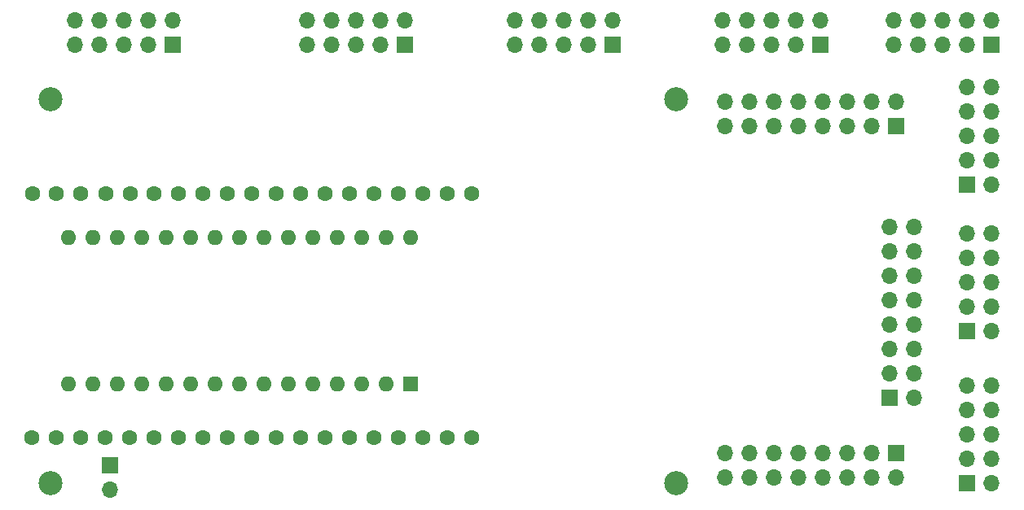
<source format=gbr>
%TF.GenerationSoftware,KiCad,Pcbnew,(6.0.5-0)*%
%TF.CreationDate,2022-06-29T18:32:03+01:00*%
%TF.ProjectId,revised_minh_design,72657669-7365-4645-9f6d-696e685f6465,rev?*%
%TF.SameCoordinates,Original*%
%TF.FileFunction,Soldermask,Top*%
%TF.FilePolarity,Negative*%
%FSLAX46Y46*%
G04 Gerber Fmt 4.6, Leading zero omitted, Abs format (unit mm)*
G04 Created by KiCad (PCBNEW (6.0.5-0)) date 2022-06-29 18:32:03*
%MOMM*%
%LPD*%
G01*
G04 APERTURE LIST*
%ADD10R,1.700000X1.700000*%
%ADD11O,1.700000X1.700000*%
%ADD12C,2.500000*%
%ADD13C,1.600000*%
%ADD14R,1.600000X1.600000*%
%ADD15O,1.600000X1.600000*%
G04 APERTURE END LIST*
D10*
%TO.C,J5*%
X60198000Y-78105000D03*
D11*
X60198000Y-80645000D03*
%TD*%
D10*
%TO.C,J9*%
X149225000Y-48895000D03*
D11*
X151765000Y-48895000D03*
X149225000Y-46355000D03*
X151765000Y-46355000D03*
X149225000Y-43815000D03*
X151765000Y-43815000D03*
X149225000Y-41275000D03*
X151765000Y-41275000D03*
X149225000Y-38735000D03*
X151765000Y-38735000D03*
%TD*%
D12*
%TO.C, *%
X54000000Y-40000000D03*
%TD*%
%TO.C, *%
X119000000Y-40000000D03*
%TD*%
D10*
%TO.C,J3*%
X141204000Y-71105000D03*
D11*
X143744000Y-71105000D03*
X141204000Y-68565000D03*
X143744000Y-68565000D03*
X141204000Y-66025000D03*
X143744000Y-66025000D03*
X141204000Y-63485000D03*
X143744000Y-63485000D03*
X141204000Y-60945000D03*
X143744000Y-60945000D03*
X141204000Y-58405000D03*
X143744000Y-58405000D03*
X141204000Y-55865000D03*
X143744000Y-55865000D03*
X141204000Y-53325000D03*
X143744000Y-53325000D03*
%TD*%
D12*
%TO.C, *%
X119000000Y-80000000D03*
%TD*%
D10*
%TO.C,J10*%
X66645000Y-34310000D03*
D11*
X66645000Y-31770000D03*
X64105000Y-34310000D03*
X64105000Y-31770000D03*
X61565000Y-34310000D03*
X61565000Y-31770000D03*
X59025000Y-34310000D03*
X59025000Y-31770000D03*
X56485000Y-34310000D03*
X56485000Y-31770000D03*
%TD*%
D12*
%TO.C, *%
X54000000Y-80000000D03*
%TD*%
D10*
%TO.C,J6*%
X149205000Y-64105000D03*
D11*
X151745000Y-64105000D03*
X149205000Y-61565000D03*
X151745000Y-61565000D03*
X149205000Y-59025000D03*
X151745000Y-59025000D03*
X149205000Y-56485000D03*
X151745000Y-56485000D03*
X149205000Y-53945000D03*
X151745000Y-53945000D03*
%TD*%
D10*
%TO.C,J12*%
X90775000Y-34310000D03*
D11*
X90775000Y-31770000D03*
X88235000Y-34310000D03*
X88235000Y-31770000D03*
X85695000Y-34310000D03*
X85695000Y-31770000D03*
X83155000Y-34310000D03*
X83155000Y-31770000D03*
X80615000Y-34310000D03*
X80615000Y-31770000D03*
%TD*%
D10*
%TO.C,J1*%
X149205000Y-79980000D03*
D11*
X151745000Y-79980000D03*
X149205000Y-77440000D03*
X151745000Y-77440000D03*
X149205000Y-74900000D03*
X151745000Y-74900000D03*
X149205000Y-72360000D03*
X151745000Y-72360000D03*
X149205000Y-69820000D03*
X151745000Y-69820000D03*
%TD*%
D10*
%TO.C,J2*%
X141844000Y-42799000D03*
D11*
X141844000Y-40259000D03*
X139304000Y-42799000D03*
X139304000Y-40259000D03*
X136764000Y-42799000D03*
X136764000Y-40259000D03*
X134224000Y-42799000D03*
X134224000Y-40259000D03*
X131684000Y-42799000D03*
X131684000Y-40259000D03*
X129144000Y-42799000D03*
X129144000Y-40259000D03*
X126604000Y-42799000D03*
X126604000Y-40259000D03*
X124064000Y-42799000D03*
X124064000Y-40259000D03*
%TD*%
D10*
%TO.C,J8*%
X112365000Y-34310000D03*
D11*
X112365000Y-31770000D03*
X109825000Y-34310000D03*
X109825000Y-31770000D03*
X107285000Y-34310000D03*
X107285000Y-31770000D03*
X104745000Y-34310000D03*
X104745000Y-31770000D03*
X102205000Y-34310000D03*
X102205000Y-31770000D03*
%TD*%
D10*
%TO.C,J11*%
X151735000Y-34310000D03*
D11*
X151735000Y-31770000D03*
X149195000Y-34310000D03*
X149195000Y-31770000D03*
X146655000Y-34310000D03*
X146655000Y-31770000D03*
X144115000Y-34310000D03*
X144115000Y-31770000D03*
X141575000Y-34310000D03*
X141575000Y-31770000D03*
%TD*%
D10*
%TO.C,J7*%
X133955000Y-34290000D03*
D11*
X133955000Y-31750000D03*
X131415000Y-34290000D03*
X131415000Y-31750000D03*
X128875000Y-34290000D03*
X128875000Y-31750000D03*
X126335000Y-34290000D03*
X126335000Y-31750000D03*
X123795000Y-34290000D03*
X123795000Y-31750000D03*
%TD*%
D13*
%TO.C,U1*%
X97785000Y-75184000D03*
X95245000Y-75184000D03*
X92705000Y-75184000D03*
X90165000Y-75184000D03*
X87625000Y-75184000D03*
X85085000Y-75184000D03*
X82545000Y-75184000D03*
X80005000Y-75184000D03*
X77465000Y-75184000D03*
X74925000Y-75184000D03*
X72385000Y-75184000D03*
X69845000Y-75184000D03*
X67305000Y-75184000D03*
X64765000Y-75184000D03*
X62225000Y-75184000D03*
X59685000Y-75184000D03*
X57145000Y-75184000D03*
X54605000Y-75184000D03*
X52065000Y-75184000D03*
X52102143Y-49789715D03*
X54599014Y-49789715D03*
X57145000Y-49784000D03*
X59713572Y-49789715D03*
X62250715Y-49789715D03*
X64765000Y-49784000D03*
X67305000Y-49784000D03*
X69845000Y-49784000D03*
X72385000Y-49784000D03*
X74925000Y-49784000D03*
X77465000Y-49784000D03*
X80010715Y-49789715D03*
X82547858Y-49789715D03*
X85085000Y-49784000D03*
X87625000Y-49784000D03*
X90165000Y-49784000D03*
X92705000Y-49784000D03*
X95245000Y-49784000D03*
X97785000Y-49784000D03*
%TD*%
D10*
%TO.C,J4*%
X141859000Y-76835000D03*
D11*
X141859000Y-79375000D03*
X139319000Y-76835000D03*
X139319000Y-79375000D03*
X136779000Y-76835000D03*
X136779000Y-79375000D03*
X134239000Y-76835000D03*
X134239000Y-79375000D03*
X131699000Y-76835000D03*
X131699000Y-79375000D03*
X129159000Y-76835000D03*
X129159000Y-79375000D03*
X126619000Y-76835000D03*
X126619000Y-79375000D03*
X124079000Y-76835000D03*
X124079000Y-79375000D03*
%TD*%
D14*
%TO.C,A1*%
X91440000Y-69596000D03*
D15*
X88900000Y-69596000D03*
X86360000Y-69596000D03*
X83820000Y-69596000D03*
X81280000Y-69596000D03*
X78740000Y-69596000D03*
X76200000Y-69596000D03*
X73660000Y-69596000D03*
X71120000Y-69596000D03*
X68580000Y-69596000D03*
X66040000Y-69596000D03*
X63500000Y-69596000D03*
X60960000Y-69596000D03*
X58420000Y-69596000D03*
X55880000Y-69596000D03*
X55880000Y-54356000D03*
X58420000Y-54356000D03*
X60960000Y-54356000D03*
X63500000Y-54356000D03*
X66040000Y-54356000D03*
X68580000Y-54356000D03*
X71120000Y-54356000D03*
X73660000Y-54356000D03*
X76200000Y-54356000D03*
X78740000Y-54356000D03*
X81280000Y-54356000D03*
X83820000Y-54356000D03*
X86360000Y-54356000D03*
X88900000Y-54356000D03*
X91440000Y-54356000D03*
%TD*%
M02*

</source>
